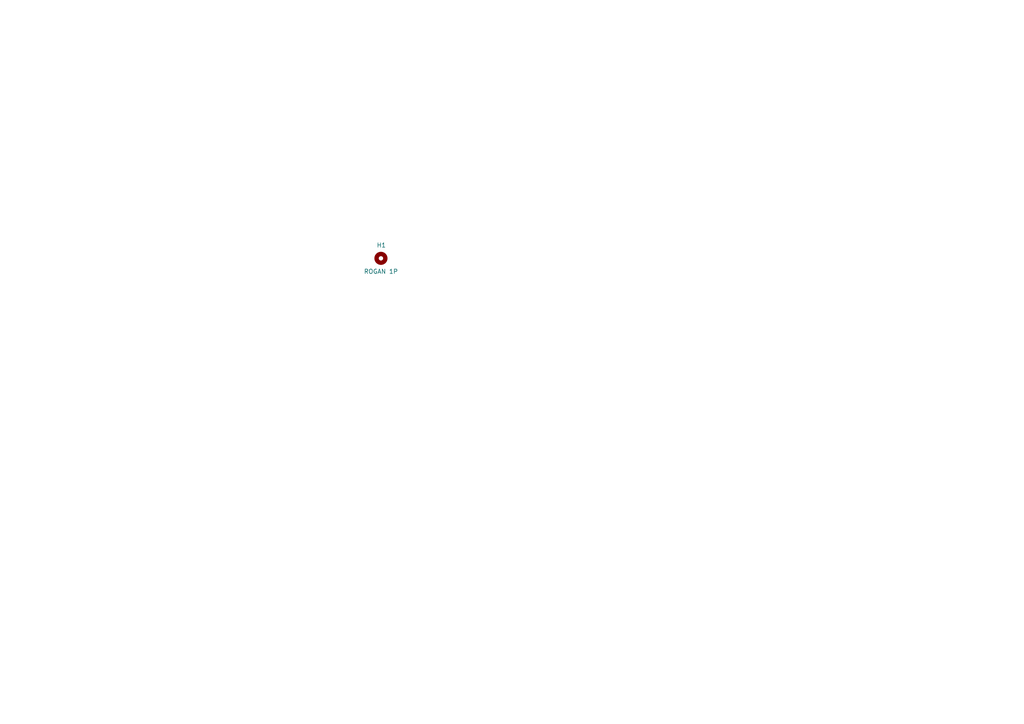
<source format=kicad_sch>
(kicad_sch (version 20211123) (generator eeschema)
  (paper "A4")
  (lib_symbols
    (symbol "Mechanical:MountingHole" (pin_names (offset 1.016))
      (property "Reference" "H" (at 0 5.08 0))
      (property "Value" "MountingHole" (at 0 3.175 0))
      (symbol "MountingHole_0_1"
        (circle (center 0 0) (radius 1.27) (stroke (width 1.27)))
      )
    )
  )
  (symbol (lib_id "Mechanical:MountingHole") (at 110.49 74.93 90) (mirror x) (unit 1)
    (property "Reference" "H1" (at 109.22 71.12 90) (effects (justify right)))
    (property "Value" "ROGAN 1P" (at 110.49 78.74 90))
    (property "Footprint" "Empty:Empty" (effects hide))
    (property "Device" "Knob" (effects hide))
    (property "Description" "1P - Small Pointer Unskirted (D Shaft) - Rogan PT Plastic Knob" (effects hide))
    (property "Place" "No" (effects hide))
    (property "Dist" "Thonk" (effects hide))
    (property "DistLink" "https://www.thonk.co.uk/shop/make-noise-mutable-style-knobs/" (effects hide))
  )
)
</source>
